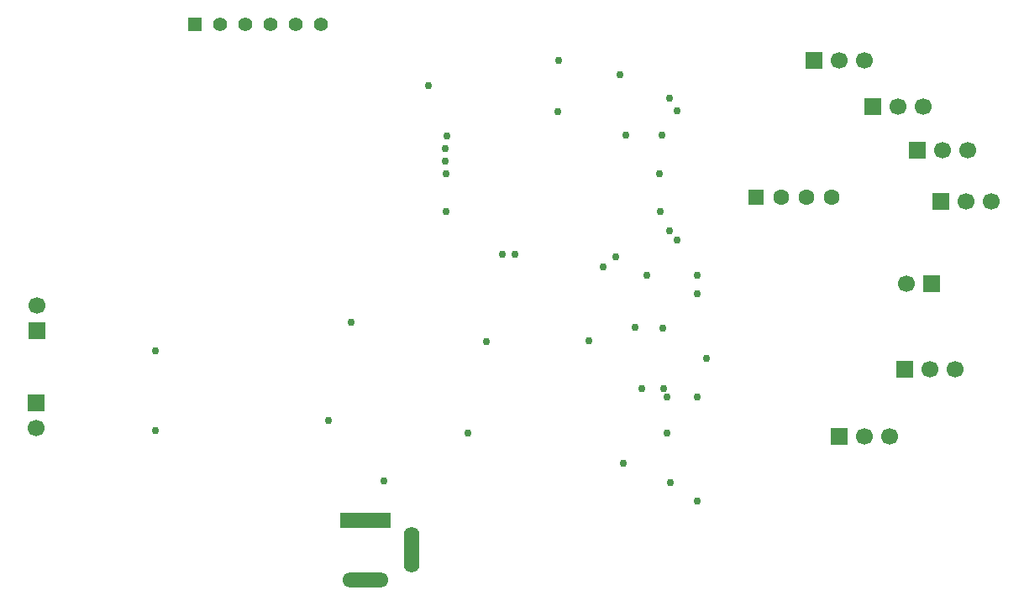
<source format=gbs>
%FSLAX33Y33*%
%MOMM*%
%AMRect-W1400000-H1400000-RO1.500*
21,1,1.4,1.4,0.,0.,90*%
%AMRect-W1700000-H1700000-RO1.000*
21,1,1.7,1.7,0.,0.,180*%
%AMRect-W1700000-H1700000-RO1.500*
21,1,1.7,1.7,0.,0.,90*%
%AMRect-W1600000-H5100000-RO0.500*
21,1,1.6,5.1,0.,0.,270*%
%AMRR-H4600000-W1600000-R800000-RO0.500*
21,1,1.6,3.,0.,0.,270*
1,1,1.6,1.5,0.*
1,1,1.6,1.5,-0.*
1,1,1.6,-1.5,-0.*
1,1,1.6,-1.5,0.*%
%AMRR-H4600000-W1600000-R800000-RO0.000*
21,1,1.6,3.,0.,0.,360*
1,1,1.6,0.,1.5*
1,1,1.6,0.,1.5*
1,1,1.6,0.,-1.5*
1,1,1.6,-0.,-1.5*%
%AMRect-W1700000-H1700000-RO0.500*
21,1,1.7,1.7,0.,0.,270*%
%ADD10C,0.75*%
%ADD11R,1.7X1.7*%
%ADD12C,1.7*%
%ADD13C,1.4*%
%ADD14Rect-W1400000-H1400000-RO1.500*%
%ADD15C,1.7*%
%ADD16Rect-W1700000-H1700000-RO1.000*%
%ADD17R,1.6X1.6*%
%ADD18C,1.6*%
%ADD19C,1.7*%
%ADD20Rect-W1700000-H1700000-RO1.500*%
%ADD21Rect-W1600000-H5100000-RO0.500*%
%ADD22RR-H4600000-W1600000-R800000-RO0.500*%
%ADD23RR-H4600000-W1600000-R800000-RO0.000*%
%ADD24C,1.7*%
%ADD25Rect-W1700000-H1700000-RO0.500*%
D10*
%LNbottom solder mask_traces*%
G01*
X-51125Y-1200D03*
X-69150Y-17125D03*
X-83190Y-15900D03*
X-67275Y-7925D03*
X-77575Y-22000D03*
X-100625Y-16930D03*
X-48825Y3275D03*
X-49755Y5185D03*
X-52250Y-6466D03*
X-100625Y-8850D03*
X-46000Y-13500D03*
X-71350Y5235D03*
X-80900Y-5950D03*
X-65685Y0850D03*
X-49780Y8995D03*
X-60025Y15300D03*
X-71275Y12805D03*
X-54255Y0625D03*
X-51625Y-12659D03*
X-53225Y12900D03*
X-53825Y19005D03*
X-55525Y-0400D03*
X-60000Y20425D03*
X-71400Y10265D03*
X-53450Y-20200D03*
X-48050Y15325D03*
X-71400Y11535D03*
X-49550Y12900D03*
X-45975Y-1250D03*
X-48775Y16615D03*
X-49025Y-13500D03*
X-49525Y-6541D03*
X-48075Y2300D03*
X-48700Y-22100D03*
X-71350Y8995D03*
X-64425Y0850D03*
X-56900Y-7841D03*
X-49050Y-17150D03*
X-45975Y-3050D03*
X-46025Y-24000D03*
X-45100Y-9600D03*
X-73100Y17875D03*
X-49425Y-12659D03*
%LNbottom solder mask component 41b9db879265162a*%
D11*
X-28340Y15800D03*
D12*
X-25800Y15800D03*
X-23260Y15800D03*
%LNbottom solder mask component aa286b59c486b578*%
D11*
X-21440Y6200D03*
D12*
X-18900Y6200D03*
X-16360Y6200D03*
%LNbottom solder mask component 54130f40f4e52950*%
D11*
X-34270Y20425D03*
D12*
X-31730Y20425D03*
X-29190Y20425D03*
%LNbottom solder mask component 1ba162ace44450bd*%
D13*
X-94135Y24125D03*
X-91595Y24125D03*
X-89055Y24125D03*
X-86515Y24125D03*
X-83975Y24125D03*
D14*
X-96675Y24125D03*
%LNbottom solder mask component 0948399de430e016*%
D15*
X-24970Y-2050D03*
D16*
X-22430Y-2050D03*
%LNbottom solder mask component 0d00b0983ae96748*%
D11*
X-25130Y-10675D03*
D12*
X-22590Y-10675D03*
X-20050Y-10675D03*
%LNbottom solder mask component 47b0c5916d82fa2f*%
D17*
X-40060Y6650D03*
D18*
X-37520Y6650D03*
X-34980Y6650D03*
X-32440Y6650D03*
%LNbottom solder mask component 5bd49bef55a165bf*%
D19*
X-112600Y-4300D03*
D20*
X-112600Y-6840D03*
%LNbottom solder mask component 07d7061eb338d36e*%
D21*
X-79475Y-25925D03*
D22*
X-79475Y-31925D03*
D23*
X-74775Y-28925D03*
%LNbottom solder mask component ca64192462e6d2e1*%
D11*
X-23790Y11400D03*
D12*
X-21250Y11400D03*
X-18710Y11400D03*
%LNbottom solder mask component fb931288130509ae*%
D11*
X-31665Y-17525D03*
D12*
X-29125Y-17525D03*
X-26585Y-17525D03*
%LNbottom solder mask component 0e613b1f698022c6*%
D24*
X-112625Y-16620D03*
D25*
X-112625Y-14080D03*
M02*
</source>
